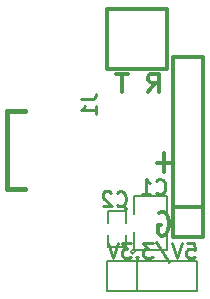
<source format=gbo>
G04 (created by PCBNEW (2013-04-19 BZR 4011)-stable) date 27/09/2013 13:49:53*
%MOIN*%
G04 Gerber Fmt 3.4, Leading zero omitted, Abs format*
%FSLAX34Y34*%
G01*
G70*
G90*
G04 APERTURE LIST*
%ADD10C,2.3622e-006*%
%ADD11C,0.012*%
%ADD12C,0.01*%
%ADD13C,0.005*%
%ADD14C,0.015*%
%ADD15C,0.006*%
G04 APERTURE END LIST*
G54D10*
G54D11*
X63438Y-40519D02*
X62981Y-40519D01*
X63209Y-40823D02*
X63209Y-40214D01*
X63032Y-42191D02*
X63090Y-42153D01*
X63175Y-42153D01*
X63261Y-42191D01*
X63318Y-42268D01*
X63347Y-42344D01*
X63375Y-42496D01*
X63375Y-42610D01*
X63347Y-42763D01*
X63318Y-42839D01*
X63261Y-42915D01*
X63175Y-42953D01*
X63118Y-42953D01*
X63032Y-42915D01*
X63004Y-42877D01*
X63004Y-42610D01*
X63118Y-42610D01*
X62674Y-38152D02*
X62890Y-37867D01*
X63045Y-38152D02*
X63045Y-37552D01*
X62797Y-37552D01*
X62735Y-37581D01*
X62705Y-37610D01*
X62674Y-37667D01*
X62674Y-37752D01*
X62705Y-37810D01*
X62735Y-37838D01*
X62797Y-37867D01*
X63045Y-37867D01*
X61993Y-37552D02*
X61621Y-37552D01*
X61807Y-38152D02*
X61807Y-37552D01*
G54D12*
X63966Y-43202D02*
X64204Y-43202D01*
X64228Y-43440D01*
X64204Y-43416D01*
X64157Y-43392D01*
X64038Y-43392D01*
X63990Y-43416D01*
X63966Y-43440D01*
X63942Y-43488D01*
X63942Y-43607D01*
X63966Y-43654D01*
X63990Y-43678D01*
X64038Y-43702D01*
X64157Y-43702D01*
X64204Y-43678D01*
X64228Y-43654D01*
X63800Y-43202D02*
X63633Y-43702D01*
X63466Y-43202D01*
X62942Y-43178D02*
X63371Y-43821D01*
X62823Y-43202D02*
X62514Y-43202D01*
X62680Y-43392D01*
X62609Y-43392D01*
X62561Y-43416D01*
X62538Y-43440D01*
X62514Y-43488D01*
X62514Y-43607D01*
X62538Y-43654D01*
X62561Y-43678D01*
X62609Y-43702D01*
X62752Y-43702D01*
X62800Y-43678D01*
X62823Y-43654D01*
X62300Y-43654D02*
X62276Y-43678D01*
X62300Y-43702D01*
X62323Y-43678D01*
X62300Y-43654D01*
X62300Y-43702D01*
X62109Y-43202D02*
X61800Y-43202D01*
X61966Y-43392D01*
X61895Y-43392D01*
X61847Y-43416D01*
X61823Y-43440D01*
X61800Y-43488D01*
X61800Y-43607D01*
X61823Y-43654D01*
X61847Y-43678D01*
X61895Y-43702D01*
X62038Y-43702D01*
X62085Y-43678D01*
X62109Y-43654D01*
X61657Y-43202D02*
X61490Y-43702D01*
X61323Y-43202D01*
G54D13*
X61990Y-42070D02*
G75*
G03X61990Y-42070I-50J0D01*
G74*
G01*
X61940Y-42520D02*
X61940Y-42120D01*
X61940Y-42120D02*
X61340Y-42120D01*
X61340Y-42120D02*
X61340Y-42520D01*
X61340Y-42920D02*
X61340Y-43320D01*
X61340Y-43320D02*
X61940Y-43320D01*
X61940Y-43320D02*
X61940Y-42920D01*
G54D14*
X57980Y-41399D02*
X58571Y-41399D01*
X57980Y-38801D02*
X58571Y-38801D01*
X57980Y-41399D02*
X57980Y-38801D01*
G54D13*
X62230Y-43490D02*
G75*
G03X62230Y-43490I-70J0D01*
G74*
G01*
X63310Y-42840D02*
X63310Y-43440D01*
X63310Y-43440D02*
X62210Y-43440D01*
X62210Y-43440D02*
X62210Y-42840D01*
X62210Y-42240D02*
X62210Y-41640D01*
X62210Y-41640D02*
X63310Y-41640D01*
X63310Y-41640D02*
X63310Y-42240D01*
G54D15*
X61300Y-43800D02*
X61300Y-44800D01*
X61300Y-44800D02*
X64300Y-44800D01*
X64300Y-44800D02*
X64300Y-43800D01*
X64300Y-43800D02*
X61300Y-43800D01*
X62300Y-44800D02*
X62300Y-43800D01*
G54D11*
X63510Y-43000D02*
X64510Y-43000D01*
X64510Y-43000D02*
X64510Y-37000D01*
X64510Y-37000D02*
X63510Y-37000D01*
X63510Y-37000D02*
X63510Y-43000D01*
X63510Y-42000D02*
X64510Y-42000D01*
X61310Y-37400D02*
X63310Y-37400D01*
X63310Y-37400D02*
X63310Y-35400D01*
X63310Y-35400D02*
X61310Y-35400D01*
X61310Y-35400D02*
X61310Y-37400D01*
G54D12*
X61633Y-41934D02*
X61657Y-41958D01*
X61728Y-41982D01*
X61776Y-41982D01*
X61847Y-41958D01*
X61895Y-41910D01*
X61919Y-41863D01*
X61942Y-41768D01*
X61942Y-41696D01*
X61919Y-41601D01*
X61895Y-41553D01*
X61847Y-41506D01*
X61776Y-41482D01*
X61728Y-41482D01*
X61657Y-41506D01*
X61633Y-41530D01*
X61442Y-41530D02*
X61419Y-41506D01*
X61371Y-41482D01*
X61252Y-41482D01*
X61204Y-41506D01*
X61180Y-41530D01*
X61157Y-41577D01*
X61157Y-41625D01*
X61180Y-41696D01*
X61466Y-41982D01*
X61157Y-41982D01*
X60432Y-38413D02*
X60789Y-38413D01*
X60860Y-38389D01*
X60908Y-38341D01*
X60932Y-38270D01*
X60932Y-38222D01*
X60932Y-38913D02*
X60932Y-38627D01*
X60932Y-38770D02*
X60432Y-38770D01*
X60503Y-38722D01*
X60551Y-38675D01*
X60575Y-38627D01*
X62943Y-41524D02*
X62967Y-41548D01*
X63038Y-41572D01*
X63086Y-41572D01*
X63157Y-41548D01*
X63205Y-41500D01*
X63229Y-41453D01*
X63252Y-41358D01*
X63252Y-41286D01*
X63229Y-41191D01*
X63205Y-41143D01*
X63157Y-41096D01*
X63086Y-41072D01*
X63038Y-41072D01*
X62967Y-41096D01*
X62943Y-41120D01*
X62467Y-41572D02*
X62752Y-41572D01*
X62610Y-41572D02*
X62610Y-41072D01*
X62657Y-41143D01*
X62705Y-41191D01*
X62752Y-41215D01*
M02*

</source>
